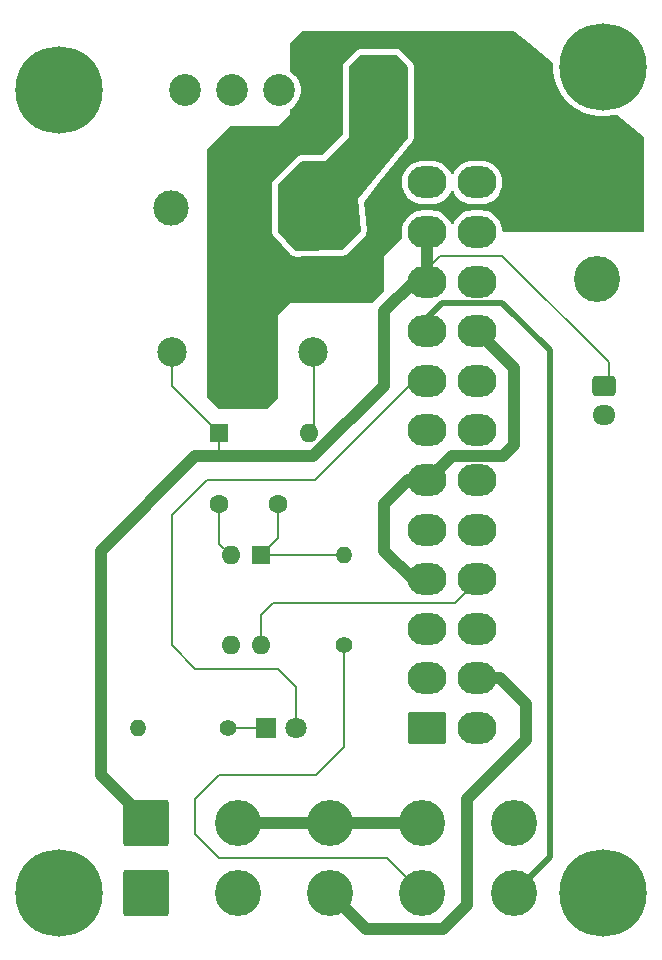
<source format=gtl>
G04 #@! TF.GenerationSoftware,KiCad,Pcbnew,8.0.6*
G04 #@! TF.CreationDate,2024-12-18T16:50:49+00:00*
G04 #@! TF.ProjectId,PSU Adapter 2,50535520-4164-4617-9074-657220322e6b,0.4*
G04 #@! TF.SameCoordinates,Original*
G04 #@! TF.FileFunction,Copper,L1,Top*
G04 #@! TF.FilePolarity,Positive*
%FSLAX46Y46*%
G04 Gerber Fmt 4.6, Leading zero omitted, Abs format (unit mm)*
G04 Created by KiCad (PCBNEW 8.0.6) date 2024-12-18 16:50:49*
%MOMM*%
%LPD*%
G01*
G04 APERTURE LIST*
G04 Aperture macros list*
%AMRoundRect*
0 Rectangle with rounded corners*
0 $1 Rounding radius*
0 $2 $3 $4 $5 $6 $7 $8 $9 X,Y pos of 4 corners*
0 Add a 4 corners polygon primitive as box body*
4,1,4,$2,$3,$4,$5,$6,$7,$8,$9,$2,$3,0*
0 Add four circle primitives for the rounded corners*
1,1,$1+$1,$2,$3*
1,1,$1+$1,$4,$5*
1,1,$1+$1,$6,$7*
1,1,$1+$1,$8,$9*
0 Add four rect primitives between the rounded corners*
20,1,$1+$1,$2,$3,$4,$5,0*
20,1,$1+$1,$4,$5,$6,$7,0*
20,1,$1+$1,$6,$7,$8,$9,0*
20,1,$1+$1,$8,$9,$2,$3,0*%
G04 Aperture macros list end*
G04 #@! TA.AperFunction,ComponentPad*
%ADD10R,1.800000X1.800000*%
G04 #@! TD*
G04 #@! TA.AperFunction,ComponentPad*
%ADD11C,1.800000*%
G04 #@! TD*
G04 #@! TA.AperFunction,ComponentPad*
%ADD12R,1.600000X1.600000*%
G04 #@! TD*
G04 #@! TA.AperFunction,ComponentPad*
%ADD13O,1.600000X1.600000*%
G04 #@! TD*
G04 #@! TA.AperFunction,ComponentPad*
%ADD14RoundRect,0.250002X-1.699998X-1.699998X1.699998X-1.699998X1.699998X1.699998X-1.699998X1.699998X0*%
G04 #@! TD*
G04 #@! TA.AperFunction,ComponentPad*
%ADD15C,3.900000*%
G04 #@! TD*
G04 #@! TA.AperFunction,ComponentPad*
%ADD16C,1.400000*%
G04 #@! TD*
G04 #@! TA.AperFunction,ComponentPad*
%ADD17O,1.400000X1.400000*%
G04 #@! TD*
G04 #@! TA.AperFunction,ComponentPad*
%ADD18RoundRect,0.250002X-1.699998X1.699998X-1.699998X-1.699998X1.699998X-1.699998X1.699998X1.699998X0*%
G04 #@! TD*
G04 #@! TA.AperFunction,ComponentPad*
%ADD19C,7.400000*%
G04 #@! TD*
G04 #@! TA.AperFunction,ComponentPad*
%ADD20RoundRect,0.250001X1.399999X-1.099999X1.399999X1.099999X-1.399999X1.099999X-1.399999X-1.099999X0*%
G04 #@! TD*
G04 #@! TA.AperFunction,ComponentPad*
%ADD21O,3.300000X2.700000*%
G04 #@! TD*
G04 #@! TA.AperFunction,ComponentPad*
%ADD22C,3.000000*%
G04 #@! TD*
G04 #@! TA.AperFunction,ComponentPad*
%ADD23C,2.500000*%
G04 #@! TD*
G04 #@! TA.AperFunction,ComponentPad*
%ADD24C,1.600000*%
G04 #@! TD*
G04 #@! TA.AperFunction,ComponentPad*
%ADD25RoundRect,0.250001X1.099999X1.099999X-1.099999X1.099999X-1.099999X-1.099999X1.099999X-1.099999X0*%
G04 #@! TD*
G04 #@! TA.AperFunction,ComponentPad*
%ADD26C,2.700000*%
G04 #@! TD*
G04 #@! TA.AperFunction,ComponentPad*
%ADD27RoundRect,0.250000X-0.725000X0.600000X-0.725000X-0.600000X0.725000X-0.600000X0.725000X0.600000X0*%
G04 #@! TD*
G04 #@! TA.AperFunction,ComponentPad*
%ADD28O,1.950000X1.700000*%
G04 #@! TD*
G04 #@! TA.AperFunction,Conductor*
%ADD29C,0.200000*%
G04 #@! TD*
G04 #@! TA.AperFunction,Conductor*
%ADD30C,1.000000*%
G04 #@! TD*
G04 #@! TA.AperFunction,Conductor*
%ADD31C,0.500000*%
G04 #@! TD*
G04 APERTURE END LIST*
D10*
X143975000Y-136975000D03*
D11*
X146515000Y-136975000D03*
D12*
X139975000Y-111975000D03*
D13*
X147595000Y-111975000D03*
D12*
X143515000Y-122355000D03*
D13*
X140975000Y-122355000D03*
X140975000Y-129975000D03*
X143515000Y-129975000D03*
D14*
X133775000Y-150925000D03*
D15*
X141575000Y-150925000D03*
X149375000Y-150925000D03*
X157175000Y-150925000D03*
X164975000Y-150925000D03*
D16*
X140785000Y-136975000D03*
D17*
X133165000Y-136975000D03*
D16*
X150595000Y-129975000D03*
D17*
X150595000Y-122355000D03*
D18*
X171975000Y-91175000D03*
D15*
X171975000Y-98975000D03*
D19*
X126475000Y-150975000D03*
D20*
X157625000Y-136975000D03*
D21*
X157625000Y-132775000D03*
X157625000Y-128575000D03*
X157625000Y-124375000D03*
X157625000Y-120175000D03*
X157625000Y-115975000D03*
X157625000Y-111775000D03*
X157625000Y-107575000D03*
X157625000Y-103375000D03*
X157625000Y-99175000D03*
X157625000Y-94975000D03*
X157625000Y-90775000D03*
X161825000Y-136975000D03*
X161825000Y-132775000D03*
X161825000Y-128575000D03*
X161825000Y-124375000D03*
X161825000Y-120175000D03*
X161825000Y-115975000D03*
X161825000Y-111775000D03*
X161825000Y-107575000D03*
X161825000Y-103375000D03*
X161825000Y-99175000D03*
X161825000Y-94975000D03*
X161825000Y-90775000D03*
D19*
X172475000Y-150975000D03*
X126475000Y-82975000D03*
D22*
X141925000Y-107125000D03*
D23*
X147975000Y-105175000D03*
D22*
X147975000Y-92975000D03*
X135925000Y-92925000D03*
D23*
X135975000Y-105175000D03*
D24*
X144975000Y-117975000D03*
X139975000Y-117975000D03*
D19*
X172475000Y-80975000D03*
D14*
X133775000Y-144975000D03*
D15*
X141575000Y-144975000D03*
X149375000Y-144975000D03*
X157175000Y-144975000D03*
X164975000Y-144975000D03*
D25*
X152975000Y-82975000D03*
D26*
X149015000Y-82975000D03*
X145055000Y-82975000D03*
X141095000Y-82975000D03*
X137135000Y-82975000D03*
D27*
X172575000Y-107975000D03*
D28*
X172575000Y-110475000D03*
D29*
X143515000Y-129975000D02*
X143515000Y-127435000D01*
X143515000Y-127435000D02*
X144532898Y-126417102D01*
X144975000Y-117975000D02*
X144975000Y-120895000D01*
X150595000Y-122355000D02*
X143515000Y-122355000D01*
X144975000Y-120895000D02*
X143515000Y-122355000D01*
X140785000Y-136975000D02*
X143975000Y-136975000D01*
X139975000Y-117975000D02*
X139975000Y-121355000D01*
X148025000Y-111545000D02*
X147595000Y-111975000D01*
X148025000Y-105175000D02*
X148025000Y-111545000D01*
X139975000Y-121355000D02*
X140975000Y-122355000D01*
X146515000Y-136975000D02*
X146515000Y-133515000D01*
X144975000Y-131975000D02*
X137975000Y-131975000D01*
X146515000Y-133515000D02*
X144975000Y-131975000D01*
X148075000Y-115975000D02*
X156475000Y-107575000D01*
X135975000Y-129975000D02*
X135975000Y-118975000D01*
X156475000Y-107575000D02*
X157625000Y-107575000D01*
X138975000Y-115975000D02*
X148075000Y-115975000D01*
X135975000Y-118975000D02*
X138975000Y-115975000D01*
X137975000Y-131975000D02*
X135975000Y-129975000D01*
X139975000Y-111975000D02*
X139975000Y-113975000D01*
D30*
X153975000Y-107975000D02*
X147975000Y-113975000D01*
D29*
X172975000Y-105975000D02*
X172975000Y-107975000D01*
D30*
X153975000Y-101675000D02*
X153975000Y-107975000D01*
D29*
X156475000Y-99175000D02*
X158675000Y-96975000D01*
D30*
X129975000Y-121975000D02*
X129975000Y-140975000D01*
X147975000Y-113975000D02*
X139975000Y-113975000D01*
X139975000Y-113975000D02*
X137975000Y-113975000D01*
X137975000Y-113975000D02*
X129975000Y-121975000D01*
X157625000Y-95625000D02*
X157625000Y-98525000D01*
X133775000Y-144775000D02*
X133775000Y-144975000D01*
X129975000Y-140975000D02*
X133775000Y-144775000D01*
D29*
X158675000Y-96975000D02*
X163975000Y-96975000D01*
D30*
X157625000Y-98525000D02*
X156975000Y-99175000D01*
D29*
X163975000Y-96975000D02*
X172975000Y-105975000D01*
X139975000Y-111975000D02*
X136025000Y-108025000D01*
X136025000Y-108025000D02*
X136025000Y-105175000D01*
D30*
X156975000Y-94975000D02*
X157625000Y-95625000D01*
X156475000Y-99175000D02*
X153975000Y-101675000D01*
X165975000Y-137975000D02*
X160975000Y-142975000D01*
X160975000Y-142975000D02*
X160975000Y-151975000D01*
X152425000Y-153975000D02*
X149375000Y-150925000D01*
X165975000Y-134975000D02*
X165975000Y-137975000D01*
X158975000Y-153975000D02*
X152425000Y-153975000D01*
X161975000Y-132775000D02*
X163775000Y-132775000D01*
X160975000Y-151975000D02*
X158975000Y-153975000D01*
X163775000Y-132775000D02*
X165975000Y-134975000D01*
D31*
X158875000Y-100975000D02*
X163975000Y-100975000D01*
X167975000Y-147925000D02*
X164975000Y-150925000D01*
X167975000Y-104975000D02*
X167975000Y-147925000D01*
X156475000Y-103375000D02*
X158875000Y-100975000D01*
X163975000Y-100975000D02*
X167975000Y-104975000D01*
D29*
X137975000Y-142975000D02*
X139975000Y-140975000D01*
X154225000Y-147975000D02*
X139975000Y-147975000D01*
X139975000Y-147975000D02*
X137975000Y-145975000D01*
X137975000Y-145975000D02*
X137975000Y-142975000D01*
X150595000Y-138595000D02*
X150595000Y-129975000D01*
X139975000Y-140975000D02*
X148215000Y-140975000D01*
X148215000Y-140975000D02*
X150595000Y-138595000D01*
X157175000Y-150925000D02*
X154225000Y-147975000D01*
D30*
X155975000Y-115975000D02*
X157625000Y-115975000D01*
X157625000Y-124375000D02*
X156375000Y-124375000D01*
X141575000Y-144975000D02*
X149375000Y-144975000D01*
X149375000Y-144975000D02*
X157175000Y-144975000D01*
X164975000Y-106525000D02*
X164975000Y-112975000D01*
X164975000Y-112975000D02*
X164025000Y-113925000D01*
X164025000Y-113925000D02*
X159675000Y-113925000D01*
X156375000Y-124375000D02*
X153975000Y-121975000D01*
X159675000Y-113925000D02*
X157625000Y-115975000D01*
X161825000Y-103375000D02*
X164975000Y-106525000D01*
X153975000Y-117975000D02*
X155975000Y-115975000D01*
X153975000Y-121975000D02*
X153975000Y-117975000D01*
D29*
X144532898Y-126417102D02*
X159932898Y-126417102D01*
X159932898Y-126417102D02*
X161975000Y-124375000D01*
G04 #@! TA.AperFunction,Conductor*
G36*
X164997776Y-77994685D02*
G01*
X165009255Y-78003026D01*
X166197222Y-78975000D01*
X168235418Y-80642615D01*
X168274839Y-80700302D01*
X168280748Y-80744669D01*
X168269434Y-80974999D01*
X168269434Y-80975000D01*
X168289685Y-81387218D01*
X168289685Y-81387223D01*
X168289686Y-81387227D01*
X168350244Y-81795471D01*
X168450527Y-82195821D01*
X168589555Y-82584379D01*
X168589562Y-82584395D01*
X168589564Y-82584400D01*
X168766022Y-82957490D01*
X168766024Y-82957493D01*
X168978198Y-83311484D01*
X169224058Y-83642988D01*
X169501215Y-83948784D01*
X169807011Y-84225941D01*
X169807017Y-84225946D01*
X170138513Y-84471800D01*
X170492510Y-84683978D01*
X170865600Y-84860436D01*
X170865609Y-84860439D01*
X170865620Y-84860444D01*
X171185783Y-84975000D01*
X171254189Y-84999476D01*
X171654535Y-85099757D01*
X172062782Y-85160315D01*
X172475000Y-85180566D01*
X172887218Y-85160315D01*
X173295465Y-85099757D01*
X173531764Y-85040567D01*
X173601571Y-85043372D01*
X173640409Y-85064880D01*
X175929521Y-86937790D01*
X175968942Y-86995477D01*
X175975000Y-87033761D01*
X175975000Y-94851000D01*
X175955315Y-94918039D01*
X175902511Y-94963794D01*
X175851000Y-94975000D01*
X164099500Y-94975000D01*
X164032461Y-94955315D01*
X163986706Y-94902511D01*
X163976954Y-94857685D01*
X163975766Y-94857763D01*
X163975500Y-94853717D01*
X163975500Y-94853712D01*
X163943838Y-94613211D01*
X163881054Y-94378900D01*
X163788224Y-94154788D01*
X163666936Y-93944711D01*
X163519265Y-93752262D01*
X163519260Y-93752256D01*
X163347743Y-93580739D01*
X163347736Y-93580733D01*
X163155293Y-93433067D01*
X163155292Y-93433066D01*
X163155289Y-93433064D01*
X162945212Y-93311776D01*
X162945205Y-93311773D01*
X162721104Y-93218947D01*
X162486785Y-93156161D01*
X162246289Y-93124500D01*
X162246288Y-93124500D01*
X161403712Y-93124500D01*
X161403711Y-93124500D01*
X161163214Y-93156161D01*
X160928895Y-93218947D01*
X160704794Y-93311773D01*
X160704785Y-93311777D01*
X160494706Y-93433067D01*
X160302263Y-93580733D01*
X160302256Y-93580739D01*
X160130739Y-93752256D01*
X160130733Y-93752263D01*
X159983067Y-93944706D01*
X159861777Y-94154785D01*
X159861773Y-94154794D01*
X159839561Y-94208419D01*
X159795720Y-94262822D01*
X159729426Y-94284887D01*
X159661726Y-94267608D01*
X159614116Y-94216471D01*
X159610439Y-94208419D01*
X159588226Y-94154794D01*
X159588224Y-94154788D01*
X159466936Y-93944711D01*
X159319265Y-93752262D01*
X159319260Y-93752256D01*
X159147743Y-93580739D01*
X159147736Y-93580733D01*
X158955293Y-93433067D01*
X158955292Y-93433066D01*
X158955289Y-93433064D01*
X158745212Y-93311776D01*
X158745205Y-93311773D01*
X158521104Y-93218947D01*
X158286785Y-93156161D01*
X158046289Y-93124500D01*
X158046288Y-93124500D01*
X157203712Y-93124500D01*
X157203711Y-93124500D01*
X156963214Y-93156161D01*
X156728895Y-93218947D01*
X156504794Y-93311773D01*
X156504785Y-93311777D01*
X156294706Y-93433067D01*
X156102263Y-93580733D01*
X156102256Y-93580739D01*
X155930739Y-93752256D01*
X155930733Y-93752263D01*
X155783067Y-93944706D01*
X155661777Y-94154785D01*
X155661773Y-94154794D01*
X155568947Y-94378895D01*
X155506161Y-94613214D01*
X155474500Y-94853711D01*
X155474500Y-95096288D01*
X155506161Y-95336787D01*
X155506162Y-95336789D01*
X155509760Y-95350218D01*
X155510255Y-95352063D01*
X155508592Y-95421912D01*
X155478161Y-95471837D01*
X153975000Y-96974999D01*
X153975000Y-99920041D01*
X153955315Y-99987080D01*
X153934281Y-100011912D01*
X152907308Y-100942871D01*
X152844419Y-100973312D01*
X152824027Y-100975000D01*
X145974999Y-100975000D01*
X144975000Y-101974999D01*
X144975000Y-108923638D01*
X144955315Y-108990677D01*
X144938681Y-109011319D01*
X144011319Y-109938681D01*
X143949996Y-109972166D01*
X143923638Y-109975000D01*
X140026362Y-109975000D01*
X139959323Y-109955315D01*
X139938681Y-109938681D01*
X139011319Y-109011319D01*
X138977834Y-108949996D01*
X138975000Y-108923638D01*
X138975000Y-91026363D01*
X144469500Y-91026363D01*
X144469500Y-94927123D01*
X144471235Y-94968972D01*
X144472940Y-94989476D01*
X144478139Y-95031053D01*
X144478140Y-95031059D01*
X144478141Y-95031060D01*
X144521853Y-95168139D01*
X144552337Y-95231007D01*
X144632898Y-95350218D01*
X145990846Y-96846158D01*
X146040207Y-96893633D01*
X146040225Y-96893648D01*
X146065891Y-96915184D01*
X146073080Y-96920429D01*
X146121207Y-96955544D01*
X146252597Y-97014180D01*
X146319804Y-97033284D01*
X146462391Y-97052528D01*
X146462397Y-97052527D01*
X146462398Y-97052528D01*
X147321774Y-97045096D01*
X150390999Y-97018557D01*
X150442833Y-97015442D01*
X150468119Y-97012613D01*
X150519366Y-97004195D01*
X150654175Y-96953913D01*
X150715498Y-96920428D01*
X150830679Y-96834204D01*
X152292235Y-95372648D01*
X152339928Y-95317523D01*
X152361263Y-95288932D01*
X152400544Y-95227497D01*
X152450407Y-95092533D01*
X152465047Y-95024214D01*
X152474866Y-94880673D01*
X152473150Y-94857685D01*
X152405010Y-93944706D01*
X152289297Y-92394312D01*
X152303937Y-92325996D01*
X152316499Y-92307159D01*
X153652487Y-90653711D01*
X155474500Y-90653711D01*
X155474500Y-90896288D01*
X155506161Y-91136785D01*
X155568947Y-91371104D01*
X155639561Y-91541581D01*
X155661776Y-91595212D01*
X155783064Y-91805289D01*
X155783066Y-91805292D01*
X155783067Y-91805293D01*
X155930733Y-91997736D01*
X155930739Y-91997743D01*
X156102256Y-92169260D01*
X156102262Y-92169265D01*
X156294711Y-92316936D01*
X156504788Y-92438224D01*
X156728900Y-92531054D01*
X156963211Y-92593838D01*
X157143586Y-92617584D01*
X157203711Y-92625500D01*
X157203712Y-92625500D01*
X158046289Y-92625500D01*
X158094388Y-92619167D01*
X158286789Y-92593838D01*
X158521100Y-92531054D01*
X158745212Y-92438224D01*
X158955289Y-92316936D01*
X159147738Y-92169265D01*
X159319265Y-91997738D01*
X159466936Y-91805289D01*
X159588224Y-91595212D01*
X159610439Y-91541581D01*
X159654279Y-91487177D01*
X159720573Y-91465112D01*
X159788273Y-91482391D01*
X159835884Y-91533528D01*
X159839561Y-91541581D01*
X159861770Y-91595200D01*
X159861773Y-91595205D01*
X159861776Y-91595212D01*
X159983064Y-91805289D01*
X159983066Y-91805292D01*
X159983067Y-91805293D01*
X160130733Y-91997736D01*
X160130739Y-91997743D01*
X160302256Y-92169260D01*
X160302262Y-92169265D01*
X160494711Y-92316936D01*
X160704788Y-92438224D01*
X160928900Y-92531054D01*
X161163211Y-92593838D01*
X161343586Y-92617584D01*
X161403711Y-92625500D01*
X161403712Y-92625500D01*
X162246289Y-92625500D01*
X162294388Y-92619167D01*
X162486789Y-92593838D01*
X162721100Y-92531054D01*
X162945212Y-92438224D01*
X163155289Y-92316936D01*
X163347738Y-92169265D01*
X163519265Y-91997738D01*
X163666936Y-91805289D01*
X163788224Y-91595212D01*
X163881054Y-91371100D01*
X163943838Y-91136789D01*
X163975500Y-90896288D01*
X163975500Y-90653712D01*
X163943838Y-90413211D01*
X163881054Y-90178900D01*
X163788224Y-89954788D01*
X163666936Y-89744711D01*
X163519265Y-89552262D01*
X163519260Y-89552256D01*
X163347743Y-89380739D01*
X163347736Y-89380733D01*
X163155293Y-89233067D01*
X163155292Y-89233066D01*
X163155289Y-89233064D01*
X162945212Y-89111776D01*
X162945205Y-89111773D01*
X162721104Y-89018947D01*
X162486785Y-88956161D01*
X162246289Y-88924500D01*
X162246288Y-88924500D01*
X161403712Y-88924500D01*
X161403711Y-88924500D01*
X161163214Y-88956161D01*
X160928895Y-89018947D01*
X160704794Y-89111773D01*
X160704785Y-89111777D01*
X160494706Y-89233067D01*
X160302263Y-89380733D01*
X160302256Y-89380739D01*
X160130739Y-89552256D01*
X160130733Y-89552263D01*
X159983067Y-89744706D01*
X159861777Y-89954785D01*
X159861773Y-89954794D01*
X159839561Y-90008419D01*
X159795720Y-90062822D01*
X159729426Y-90084887D01*
X159661726Y-90067608D01*
X159614116Y-90016471D01*
X159610439Y-90008419D01*
X159588226Y-89954794D01*
X159588224Y-89954788D01*
X159466936Y-89744711D01*
X159319265Y-89552262D01*
X159319260Y-89552256D01*
X159147743Y-89380739D01*
X159147736Y-89380733D01*
X158955293Y-89233067D01*
X158955292Y-89233066D01*
X158955289Y-89233064D01*
X158745212Y-89111776D01*
X158745205Y-89111773D01*
X158521104Y-89018947D01*
X158286785Y-88956161D01*
X158046289Y-88924500D01*
X158046288Y-88924500D01*
X157203712Y-88924500D01*
X157203711Y-88924500D01*
X156963214Y-88956161D01*
X156728895Y-89018947D01*
X156504794Y-89111773D01*
X156504785Y-89111777D01*
X156294706Y-89233067D01*
X156102263Y-89380733D01*
X156102256Y-89380739D01*
X155930739Y-89552256D01*
X155930733Y-89552263D01*
X155783067Y-89744706D01*
X155661777Y-89954785D01*
X155661773Y-89954794D01*
X155568947Y-90178895D01*
X155506161Y-90413214D01*
X155474500Y-90653711D01*
X153652487Y-90653711D01*
X156340640Y-87326794D01*
X156357287Y-87305008D01*
X156365152Y-87294115D01*
X156380567Y-87271500D01*
X156440338Y-87140623D01*
X156460023Y-87073584D01*
X156460024Y-87073580D01*
X156480500Y-86931164D01*
X156480500Y-81026362D01*
X156477603Y-80972322D01*
X156474769Y-80945964D01*
X156466114Y-80892552D01*
X156415832Y-80757743D01*
X156382347Y-80696420D01*
X156296123Y-80581239D01*
X156296118Y-80581234D01*
X156296113Y-80581228D01*
X155368776Y-79653892D01*
X155368770Y-79653886D01*
X155368761Y-79653877D01*
X155368737Y-79653855D01*
X155328519Y-79617728D01*
X155328507Y-79617718D01*
X155307856Y-79601076D01*
X155263974Y-79569433D01*
X155133100Y-79509663D01*
X155066055Y-79489976D01*
X155018582Y-79483150D01*
X154923638Y-79469500D01*
X152026362Y-79469500D01*
X152026360Y-79469500D01*
X151972311Y-79472397D01*
X151972310Y-79472397D01*
X151945977Y-79475229D01*
X151945950Y-79475232D01*
X151892554Y-79483885D01*
X151892552Y-79483885D01*
X151757747Y-79534166D01*
X151696422Y-79567651D01*
X151581240Y-79653876D01*
X151581228Y-79653886D01*
X150653892Y-80581223D01*
X150653855Y-80581262D01*
X150617728Y-80621480D01*
X150617718Y-80621492D01*
X150601076Y-80642143D01*
X150569433Y-80686025D01*
X150509663Y-80816899D01*
X150489976Y-80883944D01*
X150488738Y-80892554D01*
X150469501Y-81026359D01*
X150469500Y-81026363D01*
X150469500Y-86714254D01*
X150449815Y-86781293D01*
X150433181Y-86801935D01*
X148801935Y-88433181D01*
X148740612Y-88466666D01*
X148714254Y-88469500D01*
X147026360Y-88469500D01*
X146972311Y-88472397D01*
X146972310Y-88472397D01*
X146945977Y-88475229D01*
X146945950Y-88475232D01*
X146892554Y-88483885D01*
X146892552Y-88483885D01*
X146757747Y-88534166D01*
X146696422Y-88567651D01*
X146581240Y-88653876D01*
X146581228Y-88653886D01*
X144653892Y-90581223D01*
X144653855Y-90581262D01*
X144617728Y-90621480D01*
X144617718Y-90621492D01*
X144601076Y-90642143D01*
X144569433Y-90686025D01*
X144509663Y-90816899D01*
X144489976Y-90883944D01*
X144469500Y-91026363D01*
X138975000Y-91026363D01*
X138975000Y-88026362D01*
X138994685Y-87959323D01*
X139011319Y-87938681D01*
X140938681Y-86011319D01*
X141000004Y-85977834D01*
X141026362Y-85975000D01*
X144975000Y-85975000D01*
X145975000Y-84975000D01*
X145975000Y-84654615D01*
X145994685Y-84587576D01*
X146039572Y-84545784D01*
X146058011Y-84535716D01*
X146269915Y-84377087D01*
X146457087Y-84189915D01*
X146615716Y-83978011D01*
X146742574Y-83745689D01*
X146835077Y-83497678D01*
X146891343Y-83239026D01*
X146910227Y-82975000D01*
X146891343Y-82710974D01*
X146835077Y-82452322D01*
X146742574Y-82204311D01*
X146615716Y-81971989D01*
X146483577Y-81795471D01*
X146457093Y-81760092D01*
X146457077Y-81760074D01*
X146269925Y-81572922D01*
X146269907Y-81572906D01*
X146058013Y-81414285D01*
X146058005Y-81414280D01*
X146039571Y-81404214D01*
X145990167Y-81354808D01*
X145975000Y-81295383D01*
X145975000Y-79026362D01*
X145994685Y-78959323D01*
X146011319Y-78938681D01*
X146938681Y-78011319D01*
X147000004Y-77977834D01*
X147026362Y-77975000D01*
X164930737Y-77975000D01*
X164997776Y-77994685D01*
G37*
G04 #@! TD.AperFunction*
G04 #@! TA.AperFunction,Conductor*
G36*
X154990677Y-79994685D02*
G01*
X155011319Y-80011319D01*
X155938681Y-80938681D01*
X155972166Y-81000004D01*
X155975000Y-81026362D01*
X155975000Y-86931164D01*
X155955315Y-86998203D01*
X155947450Y-87009096D01*
X151766647Y-92183351D01*
X151766647Y-92183352D01*
X151970768Y-94918296D01*
X151956128Y-94986615D01*
X151934793Y-95015206D01*
X150473237Y-96476762D01*
X150411914Y-96510247D01*
X150386628Y-96513076D01*
X146458020Y-96547047D01*
X146390813Y-96527943D01*
X146365134Y-96506396D01*
X145007186Y-95010456D01*
X144976702Y-94947588D01*
X144975000Y-94927112D01*
X144975000Y-91026362D01*
X144994685Y-90959323D01*
X145011319Y-90938681D01*
X146938681Y-89011319D01*
X147000004Y-88977834D01*
X147026362Y-88975000D01*
X148975000Y-88975000D01*
X150975000Y-86975000D01*
X150975000Y-81026362D01*
X150994685Y-80959323D01*
X151011319Y-80938681D01*
X151938681Y-80011319D01*
X152000004Y-79977834D01*
X152026362Y-79975000D01*
X154923638Y-79975000D01*
X154990677Y-79994685D01*
G37*
G04 #@! TD.AperFunction*
M02*

</source>
